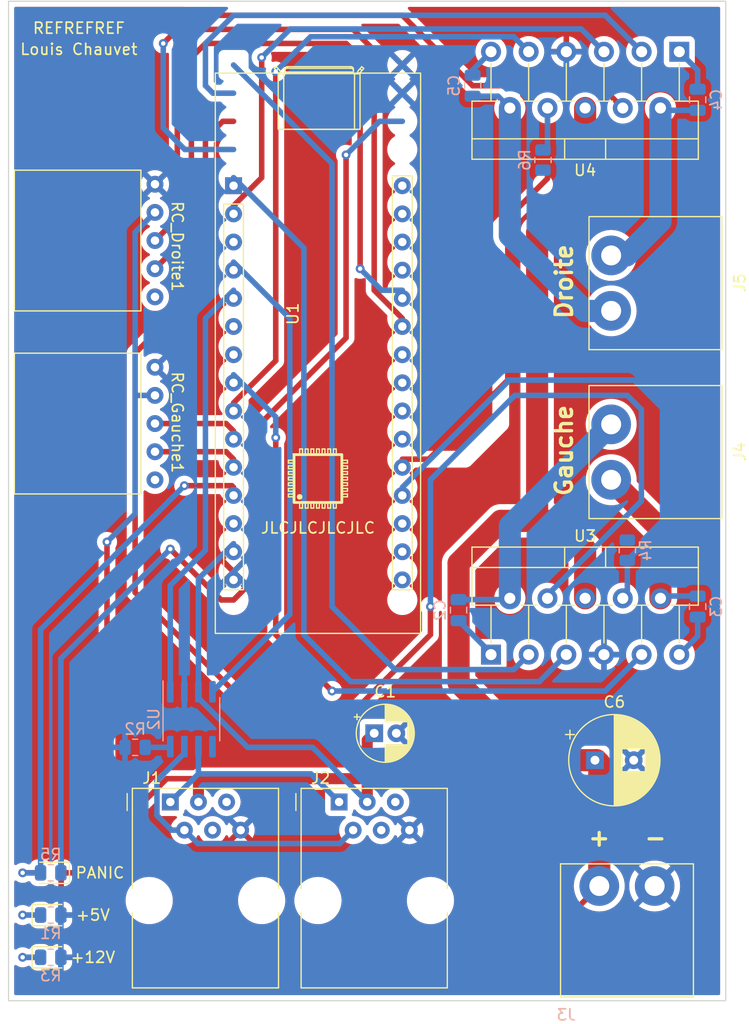
<source format=kicad_pcb>
(kicad_pcb (version 20211014) (generator pcbnew)
  (layers (0 "F.Cu" signal) (31 "B.Cu" signal) (34 "B.Paste" user) (35 "F.Paste" user) (36 "B.SilkS" user "B.Silkscreen") (37 "F.SilkS" user "F.Silkscreen") (38 "B.Mask" user) (39 "F.Mask" user) (44 "Edge.Cuts" user))
  (net 0 "")
  (net 1 "+5V")
  (net 2 "GND")
  (net 3 "Net-(C2-Pad1)")
  (net 4 "Net-(C2-Pad2)")
  (net 5 "Net-(C3-Pad1)")
  (net 6 "Net-(C3-Pad2)")
  (net 7 "Net-(C4-Pad1)")
  (net 8 "Net-(C4-Pad2)")
  (net 9 "Net-(C5-Pad1)")
  (net 10 "Net-(C5-Pad2)")
  (net 11 "Net-(D+5V1-Pad1)")
  (net 12 "Net-(D+12V1-Pad1)")
  (net 13 "+12V")
  (net 14 "CANL")
  (net 15 "CANH")
  (net 20 "Net-(R2-Pad1)")
  (net 21 "A_D")
  (net 22 "B_D")
  (net 24 "A_G")
  (net 25 "B_G")
  (net 27 "PWM_G")
  (net 28 "PWM_D")
  (net 30 "CAN_RX")
  (net 31 "CAN_TX")
  (net 34 "PANIC")
  (net 43 "COURANT_G")
  (net 44 "+3.3V")
  (net 45 "COURANT_D")
  (net 46 "DIRECTION_G")
  (net 47 "FREIN_G")
  (net 48 "TEMPERATURE_G")
  (net 49 "DIRECTION_D")
  (net 50 "FREIN_D")
  (net 51 "TEMPERATURE_D")
  (net 54 "Net-(U1-Pad28)")
  (footprint "Robot:HE14-5-angle" (layer "F.Cu") (at 144.0325 91.44 -90)
    (fp_text reference "RC_Droite1" (at 0.525 3.0625 -90 unlocked) (layer "F.SilkS"))
    (fp_text value "roues_codeuses")
    (pad "1" thru_hole circle (at -5.08 5.08 270) (size 1.524 1.524) (drill 0.762) (layers *.Cu *.Mask) (net 2 "GND"))
    (pad "2" thru_hole circle (at -2.54 5.08 270) (size 1.524 1.524) (drill 0.762) (layers *.Cu *.Mask) (net 1 "+5V"))
    (pad "3" thru_hole circle (at 0 5.08 270) (size 1.524 1.524) (drill 0.762) (layers *.Cu *.Mask) (net 21 "A_D"))
    (pad "4" thru_hole circle (at 2.54 5.08 270) (size 1.524 1.524) (drill 0.762) (layers *.Cu *.Mask) (net 22 "B_D"))
    (pad "5" thru_hole circle (at 5.08 5.08 270) (size 1.524 1.524) (drill 0.762) (layers *.Cu *.Mask))
  )
  (footprint "Robot:RJ12" (layer "F.Cu") (at 155.58 142.09)
    (fp_text reference "J2" (at -1.67 -2.16) (layer "F.SilkS"))
    (fp_text value "RJ_can")
    (pad "" np_thru_hole circle (at 8.25 8.89) (size 3.25 3.25) (drill 3.25) (layers *.Cu *.Mask))
    (pad "" np_thru_hole circle (at -1.91 8.89) (size 3.25 3.25) (drill 3.25) (layers *.Cu *.Mask))
    (pad "1" thru_hole rect (at 0 0) (size 1.52 1.52) (drill 0.76) (layers *.Cu *.Mask) (net 14 "CANL"))
    (pad "2" thru_hole circle (at 1.27 2.54) (size 1.52 1.52) (drill 0.76) (layers *.Cu *.Mask) (net 15 "CANH"))
    (pad "3" thru_hole circle (at 2.54 0) (size 1.52 1.52) (drill 0.76) (layers *.Cu *.Mask) (net 1 "+5V"))
    (pad "4" thru_hole circle (at 3.81 2.54) (size 1.52 1.52) (drill 0.76) (layers *.Cu *.Mask))
    (pad "5" thru_hole circle (at 5.08 0) (size 1.52 1.52) (drill 0.76) (layers *.Cu *.Mask))
    (pad "6" thru_hole circle (at 6.35 2.54) (size 1.52 1.52) (drill 0.76) (layers *.Cu *.Mask) (net 2 "GND"))
  )
  (footprint "LED_SMD:LED_0805_2012Metric" (layer "F.Cu") (at 129.54 152.29)
    (fp_text reference "D+5V1" hide)
    (fp_text value "LED Verte" hide)
    (pad "1" smd roundrect (at -0.9375 0) (size 0.975 1.4) (layers "F.Cu" "F.Paste" "F.Mask") (net 11 "Net-(D+5V1-Pad1)"))
    (pad "2" smd roundrect (at 0.9375 0) (size 0.975 1.4) (layers "F.Cu" "F.Paste" "F.Mask") (net 1 "+5V"))
  )
  (footprint "Package_TO_SOT_THT:TO-220-11_P3.4x5.08mm_StaggerOdd_Lead4.85mm_Vertical" (layer "F.Cu") (at 169.3 128.795)
    (fp_text reference "U3" (at 8.5 -10.7) (layer "F.SilkS"))
    (fp_text value "LMD18200")
    (pad "1" thru_hole rect (at 0 0) (size 1.8 1.8) (drill 1) (layers *.Cu *.Mask) (net 4 "Net-(C2-Pad2)"))
    (pad "2" thru_hole oval (at 1.7 -5.08) (size 1.8 1.8) (drill 1) (layers *.Cu *.Mask) (net 3 "Net-(C2-Pad1)"))
    (pad "3" thru_hole oval (at 3.4 0) (size 1.8 1.8) (drill 1) (layers *.Cu *.Mask) (net 46 "DIRECTION_G"))
    (pad "4" thru_hole oval (at 5.1 -5.08) (size 1.8 1.8) (drill 1) (layers *.Cu *.Mask) (net 47 "FREIN_G"))
    (pad "5" thru_hole oval (at 6.8 0) (size 1.8 1.8) (drill 1) (layers *.Cu *.Mask) (net 27 "PWM_G"))
    (pad "6" thru_hole oval (at 8.5 -5.08) (size 1.8 1.8) (drill 1) (layers *.Cu *.Mask) (net 13 "+12V"))
    (pad "7" thru_hole oval (at 10.2 0) (size 1.8 1.8) (drill 1) (layers *.Cu *.Mask) (net 2 "GND"))
    (pad "8" thru_hole oval (at 11.9 -5.08) (size 1.8 1.8) (drill 1) (layers *.Cu *.Mask) (net 43 "COURANT_G"))
    (pad "9" thru_hole oval (at 13.6 0) (size 1.8 1.8) (drill 1) (layers *.Cu *.Mask) (net 48 "TEMPERATURE_G"))
    (pad "10" thru_hole oval (at 15.3 -5.08) (size 1.8 1.8) (drill 1) (layers *.Cu *.Mask) (net 6 "Net-(C3-Pad2)"))
    (pad "11" thru_hole oval (at 17 0) (size 1.8 1.8) (drill 1) (layers *.Cu *.Mask) (net 5 "Net-(C3-Pad1)"))
  )
  (footprint "Capacitor_THT:CP_Radial_D5.0mm_P2.00mm" (layer "F.Cu") (at 158.75 135.89)
    (fp_text reference "C1" (at 1 -3.75) (layer "F.SilkS"))
    (fp_text value "47u")
    (pad "1" thru_hole rect (at 0 0) (size 1.6 1.6) (drill 0.8) (layers *.Cu *.Mask) (net 1 "+5V"))
    (pad "2" thru_hole circle (at 2 0) (size 1.6 1.6) (drill 0.8) (layers *.Cu *.Mask) (net 2 "GND"))
  )
  (footprint "Robot:HE14-5-angle" (layer "F.Cu") (at 144.0325 107.95 -90)
    (fp_text reference "RC_Gauche1" (at -0.11 3.0625 -90 unlocked) (layer "F.SilkS"))
    (fp_text value "roues_codeuses")
    (pad "1" thru_hole circle (at -5.08 5.08 270) (size 1.524 1.524) (drill 0.762) (layers *.Cu *.Mask) (net 2 "GND"))
    (pad "2" thru_hole circle (at -2.54 5.08 270) (size 1.524 1.524) (drill 0.762) (layers *.Cu *.Mask) (net 1 "+5V"))
    (pad "3" thru_hole circle (at 0 5.08 270) (size 1.524 1.524) (drill 0.762) (layers *.Cu *.Mask) (net 24 "A_G"))
    (pad "4" thru_hole circle (at 2.54 5.08 270) (size 1.524 1.524) (drill 0.762) (layers *.Cu *.Mask) (net 25 "B_G"))
    (pad "5" thru_hole circle (at 5.08 5.08 270) (size 1.524 1.524) (drill 0.762) (layers *.Cu *.Mask))
  )
  (footprint "Robot:Nucleo_STM32G431KB" (layer "F.Cu") (at 146.05 86.494461)
    (fp_text reference "U1" (at 5.358 11.557 90 unlocked) (layer "F.SilkS"))
    (fp_text value "Nucleo_STM32G431KB")
    (pad "1" thru_hole trapezoid (at 0 0) (size 1.524 1.524) (drill 0.762) (layers *.Cu *.Mask))
    (pad "2" thru_hole circle (at 0 2.54) (size 1.524 1.524) (drill 0.762) (layers *.Cu *.Mask))
    (pad "3" thru_hole circle (at 0 5.08) (size 1.524 1.524) (drill 0.762) (layers *.Cu *.Mask) (net 54 "Net-(U1-Pad28)"))
    (pad "4" thru_hole circle (at 0 7.62) (size 1.524 1.524) (drill 0.762) (layers *.Cu *.Mask) (net 2 "GND"))
    (pad "5" thru_hole circle (at 0 10.16) (size 1.524 1.524) (drill 0.762) (layers *.Cu *.Mask))
    (pad "6" thru_hole circle (at 0 12.7) (size 1.524 1.524) (drill 0.762) (layers *.Cu *.Mask))
    (pad "7" thru_hole circle (at 0 15.24) (size 1.524 1.524) (drill 0.762) (layers *.Cu *.Mask))
    (pad "8" thru_hole circle (at 0 17.78) (size 1.524 1.524) (drill 0.762) (layers *.Cu *.Mask))
    (pad "9" thru_hole circle (at 0 20.32) (size 1.524 1.524) (drill 0.762) (layers *.Cu *.Mask))
    (pad "10" thru_hole circle (at 0 22.86) (size 1.524 1.524) (drill 0.762) (layers *.Cu *.Mask))
    (pad "11" thru_hole circle (at 0 25.4) (size 1.524 1.524) (drill 0.762) (layers *.Cu *.Mask))
    (pad "12" thru_hole circle (at 0 27.94) (size 1.524 1.524) (drill 0.762) (layers *.Cu *.Mask))
    (pad "13" thru_hole circle (at 0 30.48) (size 1.524 1.524) (drill 0.762) (layers *.Cu *.Mask))
    (pad "14" thru_hole circle (at 0 33.02) (size 1.524 1.524) (drill 0.762) (layers *.Cu *.Mask))
    (pad "15" thru_hole circle (at 0 35.56) (size 1.524 1.524) (drill 0.762) (layers *.Cu *.Mask))
    (pad "16" thru_hole circle (at 15.24 35.56) (size 1.524 1.524) (drill 0.762) (layers *.Cu *.Mask))
    (pad "17" thru_hole circle (at 15.24 33.02) (size 1.524 1.524) (drill 0.762) (layers *.Cu *.Mask))
    (pad "18" thru_hole circle (at 15.24 30.48) (size 1.524 1.524) (drill 0.762) (layers *.Cu *.Mask))
    (pad "19" thru_hole circle (at 15.24 27.94) (size 1.524 1.524) (drill 0.762) (layers *.Cu *.Mask))
    (pad "20" thru_hole circle (at 15.24 25.4) (size 1.524 1.524) (drill 0.762) (layers *.Cu *.Mask))
    (pad "21" thru_hole circle (at 15.24 22.86) (size 1.524 1.524) (drill 0.762) (layers *.Cu *.Mask))
    (pad "22" thru_hole circle (at 15.24 20.32) (size 1.524 1.524) (drill 0.762) (layers *.Cu *.Mask))
    (pad "23" thru_hole circle (at 15.24 17.78) (size 1.524 1.524) (drill 0.762) (layers *.Cu *.Mask))
    (pad "24" thru_hole circle (at 15.24 15.24) (size 1.524 1.524) (drill 0.762) (layers *.Cu *.Mask))
    (pad "25" thru_hole circle (at 15.24 12.7) (size 1.524 1.524) (drill 0.762) (layers *.Cu *.Mask))
    (pad "26" thru_hole circle (at 15.24 10.16) (size 1.524 1.524) (drill 0.762) (layers *.Cu *.Mask))
    (pad "27" thru_hole circle (at 15.24 7.62) (size 1.524 1.524) (drill 0.762) (layers *.Cu *.Mask))
    (pad "28" thru_hole circle (at 15.24 5.08) (size 1.524 1.524) (drill 0.762) (layers *.Cu *.Mask) (net 54 "Net-(U1-Pad28)"))
    (pad "29" thru_hole circle (at 15.24 2.54) (size 1.524 1.524) (drill 0.762) (layers *.Cu *.Mask) (net 2 "GND"))
    (pad "30" thru_hole circle (at 15.24 0) (size 1.524 1.524) (drill 0.762) (layers *.Cu *.Mask))
  )
  (footprint "Robot:RJ12" (layer "F.Cu") (at 140.34 142.09)
    (fp_text reference "J1" (at -1.67 -2.16) (layer "F.SilkS"))
    (fp_text value "RJ_can")
    (pad "" np_thru_hole circle (at -1.91 8.89) (size 3.25 3.25) (drill 3.25) (layers *.Cu *.Mask))
    (pad "" np_thru_hole circle (at 8.25 8.89) (size 3.25 3.25) (drill 3.25) (layers *.Cu *.Mask))
    (pad "1" thru_hole rect (at 0 0) (size 1.52 1.52) (drill 0.76) (layers *.Cu *.Mask) (net 14 "CANL"))
    (pad "2" thru_hole circle (at 1.27 2.54) (size 1.52 1.52) (drill 0.76) (layers *.Cu *.Mask) (net 15 "CANH"))
    (pad "3" thru_hole circle (at 2.54 0) (size 1.52 1.52) (drill 0.76) (layers *.Cu *.Mask) (net 1 "+5V"))
    (pad "4" thru_hole circle (at 3.81 2.54) (size 1.52 1.52) (drill 0.76) (layers *.Cu *.Mask))
    (pad "5" thru_hole circle (at 5.08 0) (size 1.52 1.52) (drill 0.76) (layers *.Cu *.Mask))
    (pad "6" thru_hole circle (at 6.35 2.54) (size 1.52 1.52) (drill 0.76) (layers *.Cu *.Mask) (net 2 "GND"))
  )
  (footprint "Package_TO_SOT_THT:TO-220-11_P3.4x5.08mm_StaggerOdd_Lead4.85mm_Vertical" (layer "F.Cu") (at 186.3 74.405 180)
    (fp_text reference "U4" (at 8.5 -10.7) (layer "F.SilkS"))
    (fp_text value "LMD18200")
    (pad "1" thru_hole rect (at 0 0 180) (size 1.8 1.8) (drill 1) (layers *.Cu *.Mask) (net 8 "Net-(C4-Pad2)"))
    (pad "2" thru_hole oval (at 1.7 -5.08 180) (size 1.8 1.8) (drill 1) (layers *.Cu *.Mask) (net 7 "Net-(C4-Pad1)"))
    (pad "3" thru_hole oval (at 3.4 0 180) (size 1.8 1.8) (drill 1) (layers *.Cu *.Mask) (net 49 "DIRECTION_D"))
    (pad "4" thru_hole oval (at 5.1 -5.08 180) (size 1.8 1.8) (drill 1) (layers *.Cu *.Mask) (net 50 "FREIN_D"))
    (pad "5" thru_hole oval (at 6.8 0 180) (size 1.8 1.8) (drill 1) (layers *.Cu *.Mask) (net 28 "PWM_D"))
    (pad "6" thru_hole oval (at 8.5 -5.08 180) (size 1.8 1.8) (drill 1) (layers *.Cu *.Mask) (net 13 "+12V"))
    (pad "7" thru_hole oval (at 10.2 0 180) (size 1.8 1.8) (drill 1) (layers *.Cu *.Mask) (net 2 "GND"))
    (pad "8" thru_hole oval (at 11.9 -5.08 180) (size 1.8 1.8) (drill 1) (layers *.Cu *.Mask) (net 45 "COURANT_D"))
    (pad "9" thru_hole oval (at 13.6 0 180) (size 1.8 1.8) (drill 1) (layers *.Cu *.Mask) (net 51 "TEMPERATURE_D"))
    (pad "10" thru_hole oval (at 15.3 -5.08 180) (size 1.8 1.8) (drill 1) (layers *.Cu *.Mask) (net 10 "Net-(C5-Pad2)"))
    (pad "11" thru_hole oval (at 17 0 180) (size 1.8 1.8) (drill 1) (layers *.Cu *.Mask) (net 9 "Net-(C5-Pad1)"))
  )
  (footprint "LED_SMD:LED_0805_2012Metric" (layer "F.Cu") (at 129.54 156.1)
    (fp_text reference "D+12V1" hide)
    (fp_text value "LED bleu" hide)
    (pad "1" smd roundrect (at -0.9375 0) (size 0.975 1.4) (layers "F.Cu" "F.Paste" "F.Mask") (net 12 "Net-(D+12V1-Pad1)"))
    (pad "2" smd roundrect (at 0.9375 0) (size 0.975 1.4) (layers "F.Cu" "F.Paste" "F.Mask") (net 13 "+12V"))
  )
  (footprint "Robot:WR_TBL_3137_2pins" (layer "F.Cu") (at 184.15 95.25 90)
    (fp_text reference "J5" (at 0 7.62 90 unlocked) (layer "F.SilkS"))
    (fp_text value "moteur droit")
    (pad "1" thru_hole circle (at -2.5325 -4 270) (size 3.58 3.58) (drill 1.8) (layers *.Cu *.Mask) (net 10 "Net-(C5-Pad2)"))
    (pad "2" thru_hole circle (at 2.4675 -4 270) (size 3.58 3.58) (drill 1.8) (layers *.Cu *.Mask) (net 7 "Net-(C4-Pad1)"))
  )
  (footprint "Robot:WR_TBL_3137_2pins" (layer "F.Cu") (at 184.15 110.49 90)
    (fp_text reference "J4" (at 0 7.62 90 unlocked) (layer "F.SilkS"))
    (fp_text value "moteur gauche")
    (pad "1" thru_hole circle (at -2.5325 -4 270) (size 3.58 3.58) (drill 1.8) (layers *.Cu *.Mask) (net 6 "Net-(C3-Pad2)"))
    (pad "2" thru_hole circle (at 2.4675 -4 270) (size 3.58 3.58) (drill 1.8) (layers *.Cu *.Mask) (net 3 "Net-(C2-Pad1)"))
  )
  (footprint "Robot:WR_TBL_3137_2pins" (layer "F.Cu") (at 181.61 153.67)
    (fp_text reference "J3" (at -5.525 7.62 unlocked) (layer "B.SilkS") (effects (justify mirror)))
    (fp_text value "connector_power")
    (pad "1" thru_hole circle (at -2.5325 -4 180) (size 3.58 3.58) (drill 1.8) (layers *.Cu *.Mask) (net 13 "+12V"))
    (pad "2" thru_hole circle (at 2.4675 -4 180) (size 3.58 3.58) (drill 1.8) (layers *.Cu *.Mask) (net 2 "GND"))
  )
  (footprint "LED_SMD:LED_0805_2012Metric" (layer "F.Cu") (at 129.54 148.48 180)
    (fp_text reference "DPANIC1" hide)
    (fp_text value "LED Rouge" hide)
    (pad "1" smd roundrect (at -0.9375 0 180) (size 0.975 1.4) (layers "F.Cu" "F.Paste" "F.Mask") (net 2 "GND"))
    (pad "2" smd roundrect (at 0.9375 0 180) (size 0.975 1.4) (layers "F.Cu" "F.Paste" "F.Mask") (net 34 "PANIC"))
  )
  (footprint "Capacitor_THT:CP_Radial_D8.0mm_P3.50mm" (layer "F.Cu") (at 178.687349 138.32)
    (fp_text reference "C6" (at 1.75 -5.25) (layer "F.SilkS"))
    (fp_text value "470u")
    (pad "1" thru_hole rect (at 0 0) (size 1.6 1.6) (drill 0.8) (layers *.Cu *.Mask) (net 13 "+12V"))
    (pad "2" thru_hole circle (at 3.5 0) (size 1.6 1.6) (drill 0.8) (layers *.Cu *.Mask) (net 2 "GND"))
  )
  (footprint "Resistor_SMD:R_0805_2012Metric" (layer "B.Cu") (at 137.16 137.16 180)
    (fp_text reference "R2" (at 0 1.65) (layer "B.SilkS") (effects (justify mirror)))
    (fp_text value "10k")
    (pad "1" smd roundrect (at -0.9125 0 180) (size 1.025 1.4) (layers "B.Cu" "B.Paste" "B.Mask") (roundrect_rratio 0.243902) (net 20 "Net-(R2-Pad1)"))
    (pad "2" smd roundrect (at 0.9125 0 180) (size 1.025 1.4) (layers "B.Cu" "B.Paste" "B.Mask") (roundrect_rratio 0.243902) (net 2 "GND"))
  )
  (footprint "Package_SO:SOIC-8_3.9x4.9mm_P1.27mm" (layer "B.Cu") (at 142.24 134.62 -90)
    (fp_text reference "U2" (at 0 3.4 90) (layer "B.SilkS") (effects (justify mirror)))
    (fp_text value "MCP2551-I-SN")
    (pad "1" smd roundrect (at -2.475 1.905 270) (size 1.95 0.6) (layers "B.Cu" "B.Paste" "B.Mask") (net 31 "CAN_TX"))
    (pad "2" smd roundrect (at -2.475 0.635 270) (size 1.95 0.6) (layers "B.Cu" "B.Paste" "B.Mask") (net 2 "GND"))
    (pad "3" smd roundrect (at -2.475 -0.635 270) (size 1.95 0.6) (layers "B.Cu" "B.Paste" "B.Mask") (net 1 "+5V"))
    (pad "4" smd roundrect (at -2.475 -1.905 270) (size 1.95 0.6) (layers "B.Cu" "B.Paste" "B.Mask") (net 30 "CAN_RX"))
    (pad "5" smd roundrect (at 2.475 -1.905 270) (size 1.95 0.6) (layers "B.Cu" "B.Paste" "B.Mask"))
    (pad "6" smd roundrect (at 2.475 -0.635 270) (size 1.95 0.6) (layers "B.Cu" "B.Paste" "B.Mask") (net 14 "CANL"))
    (pad "7" smd roundrect (at 2.475 0.635 270) (size 1.95 0.6) (layers "B.Cu" "B.Paste" "B.Mask") (net 15 "CANH"))
    (pad "8" smd roundrect (at 2.475 1.905 270) (size 1.95 0.6) (layers "B.Cu" "B.Paste" "B.Mask") (net 20 "Net-(R2-Pad1)"))
  )
  (footprint "Resistor_SMD:R_0805_2012Metric" (layer "B.Cu") (at 129.54 156.1)
    (fp_text reference "R3" (at 0 1.65) (layer "B.SilkS") (effects (justify mirror)))
    (fp_text value "1k")
    (pad "1" smd roundrect (at -0.9125 0) (size 1.025 1.4) (layers "B.Cu" "B.Paste" "B.Mask") (roundrect_rratio 0.243902) (net 12 "Net-(D+12V1-Pad1)"))
    (pad "2" smd roundrect (at 0.9125 0) (size 1.025 1.4) (layers "B.Cu" "B.Paste" "B.Mask") (roundrect_rratio 0.243902) (net 2 "GND"))
  )
  (footprint "Capacitor_SMD:C_0805_2012Metric" (layer "B.Cu") (at 166.37 124.78 -90)
    (fp_text reference "C2" (at 0 1.68 90) (layer "B.SilkS") (effects (justify mirror)))
    (fp_text value "10n")
    (pad "1" smd roundrect (at -0.95 0 270) (size 1 1.45) (layers "B.Cu" "B.Paste" "B.Mask") (net 3 "Net-(C2-Pad1)"))
    (pad "2" smd roundrect (at 0.95 0 270) (size 1 1.45) (layers "B.Cu" "B.Paste" "B.Mask") (net 4 "Net-(C2-Pad2)"))
  )
  (footprint "Capacitor_SMD:C_0805_2012Metric" (layer "B.Cu") (at 187.96 124.46 90)
    (fp_text reference "C3" (at 0 1.68 90) (layer "B.SilkS") (effects (justify mirror)))
    (fp_text value "10n")
    (pad "1" smd roundrect (at -0.95 0 90) (size 1 1.45) (layers "B.Cu" "B.Paste" "B.Mask") (net 5 "Net-(C3-Pad1)"))
    (pad "2" smd roundrect (at 0.95 0 90) (size 1 1.45) (layers "B.Cu" "B.Paste" "B.Mask") (net 6 "Net-(C3-Pad2)"))
  )
  (footprint "Resistor_SMD:R_0805_2012Metric" (layer "B.Cu") (at 129.54 148.48 180)
    (fp_text reference "R5" (at 0 1.65) (layer "B.SilkS") (effects (justify mirror)))
    (fp_text value "330")
    (pad "1" smd roundrect (at -0.9125 0 180) (size 1.025 1.4) (layers "B.Cu" "B.Paste" "B.Mask") (roundrect_rratio 0.243902) (net 44 "+3.3V"))
    (pad "2" smd roundrect (at 0.9125 0 180) (size 1.025 1.4) (layers "B.Cu" "B.Paste" "B.Mask") (roundrect_rratio 0.243902) (net 34 "PANIC"))
  )
  (footprint "Resistor_SMD:R_0805_2012Metric" (layer "B.Cu") (at 129.54 152.29)
    (fp_text reference "R1" (at 0 1.65) (layer "B.SilkS") (effects (justify mirror)))
    (fp_text value "330")
    (pad "1" smd roundrect (at -0.9125 0) (size 1.025 1.4) (layers "B.Cu" "B.Paste" "B.Mask") (roundrect_rratio 0.243902) (net 11 "Net-(D+5V1-Pad1)"))
    (pad "2" smd roundrect (at 0.9125 0) (size 1.025 1.4) (layers "B.Cu" "B.Paste" "B.Mask") (roundrect_rratio 0.243902) (net 2 "GND"))
  )
  (footprint "Capacitor_SMD:C_0805_2012Metric" (layer "B.Cu") (at 187.96 78.74 90)
    (fp_text reference "C4" (at 0 1.68 90) (layer "B.SilkS") (effects (justify mirror)))
    (fp_text value "10n")
    (pad "1" smd roundrect (at -0.95 0 90) (size 1 1.45) (layers "B.Cu" "B.Paste" "B.Mask") (net 7 "Net-(C4-Pad1)"))
    (pad "2" smd roundrect (at 0.95 0 90) (size 1 1.45) (layers "B.Cu" "B.Paste" "B.Mask") (net 8 "Net-(C4-Pad2)"))
  )
  (footprint "Capacitor_SMD:C_0805_2012Metric" (layer "B.Cu") (at 167.64 77.47 -90)
    (fp_text reference "C5" (at 0 1.68 90) (layer "B.SilkS") (effects (justify mirror)))
    (fp_text value "10n")
    (pad "1" smd roundrect (at -0.95 0 270) (size 1 1.45) (layers "B.Cu" "B.Paste" "B.Mask") (net 9 "Net-(C5-Pad1)"))
    (pad "2" smd roundrect (at 0.95 0 270) (size 1 1.45) (layers "B.Cu" "B.Paste" "B.Mask") (net 10 "Net-(C5-Pad2)"))
  )
  (footprint "Resistor_SMD:R_0805_2012Metric" (layer "B.Cu") (at 173.99 84.1775 -90)
    (fp_text reference "R6" (at 0 1.65 90) (layer "B.SilkS") (effects (justify mirror)))
    (fp_text value "2.7k")
    (pad "1" smd roundrect (at -0.9125 0 270) (size 1.025 1.4) (layers "B.Cu" "B.Paste" "B.Mask") (roundrect_rratio 0.243902) (net 45 "COURANT_D"))
    (pad "2" smd roundrect (at 0.9125 0 270) (size 1.025 1.4) (layers "B.Cu" "B.Paste" "B.Mask") (roundrect_rratio 0.243902) (net 2 "GND"))
  )
  (footprint "Resistor_SMD:R_0805_2012Metric" (layer "B.Cu") (at 181.61 119.38 90)
    (fp_text reference "R4" (at 0 1.65 90) (layer "B.SilkS") (effects (justify mirror)))
    (fp_text value "2.7k")
    (pad "1" smd roundrect (at -0.9125 0 90) (size 1.025 1.4) (layers "B.Cu" "B.Paste" "B.Mask") (roundrect_rratio 0.243902) (net 43 "COURANT_G"))
    (pad "2" smd roundrect (at 0.9125 0 90) (size 1.025 1.4) (layers "B.Cu" "B.Paste" "B.Mask") (roundrect_rratio 0.243902) (net 2 "GND"))
  )
  (gr_rect (start 125.73 69.85) (end 190.5 160.02) (layer "Edge.Cuts") (width 0.1) (fill none))
  (gr_text "Louis Chauvet" (at 132.08 74.185) (layer "F.SilkS") (effects (font (size 1 1))))
  (gr_text "Gauche" (at 175.895 110.38 90) (layer "F.SilkS") (effects (font (size 1.5 1.5) (thickness 0.3))))
  (gr_text "PANIC" (at 133.985 148.48) (layer "F.SilkS") (effects (font (size 1 1))))
  (gr_text "REFREFREF" (at 132.08 72.28) (layer "F.SilkS") (effects (font (size 1 1))))
  (gr_text "+" (at 179.07 145.305) (layer "F.SilkS") (effects (font (size 1.5 1.5) (thickness 0.3))))
  (gr_text "-" (at 184.15 145.305) (layer "F.SilkS") (effects (font (size 1.5 1.5) (thickness 0.3))))
  (gr_text "+5V" (at 133.35 152.29) (layer "F.SilkS") (effects (font (size 1 1))))
  (gr_text "+12V" (at 133.35 156.1) (layer "F.SilkS") (effects (font (size 1 1))))
  (gr_text "Droite" (at 175.895 95.14 90) (layer "F.SilkS") (effects (font (size 1.5 1.5) (thickness 0.3))))
  (gr_text "JLCJLCJLCJLC" (at 153.67 117.365) (layer "F.SilkS") (effects (font (size 1 1))))
  (segment (start 142.88 140.23) (end 142.875 140.225) (width 1) (layer "F.Cu") (net 1))
  (segment (start 132.08 152.29) (end 134.62 149.75) (width 0.5) (layer "F.Cu") (net 1))
  (segment (start 157.877308 139.987308) (end 143.112692 139.987308) (width 1) (layer "F.Cu") (net 1))
  (segment (start 134.62 145.39) (end 137.2025 142.8075) (width 0.5) (layer "F.Cu") (net 1))
  (segment (start 142.88 142.09) (end 142.88 140.23) (width 1) (layer "F.Cu") (net 1))
  (segment (start 134.62 140.225) (end 137.2025 142.8075) (width 0.5) (layer "F.Cu") (net 1))
  (segment (start 158.12 142.09) (end 158.12 140.23) (width 1) (layer "F.Cu") (net 1))
  (segment (start 158.12 136.52) (end 158.75 135.89) (width 1) (layer "F.Cu") (net 1))
  (segment (start 134.62 149.75) (end 134.62 145.39) (width 0.5) (layer "F.Cu") (net 1))
  (segment (start 158.12 142.09) (end 158.12 136.52) (width 1) (layer "F.Cu") (net 1))
  (segment (start 134.62 118.635) (end 134.62 140.225) (width 0.5) (layer "F.Cu") (net 1))
  (segment (start 137.2025 142.8075) (end 140.022692 139.987308) (width 0.5) (layer "F.Cu") (net 1))
  (segment (start 158.12 140.23) (end 157.877308 139.987308) (width 1) (layer "F.Cu") (net 1))
  (segment (start 143.112692 139.987308) (end 140.022692 139.987308) (width 0.5) (layer "F.Cu") (net 1))
  (segment (start 130.4775 152.29) (end 132.08 152.29) (width 0.5) (layer "F.Cu") (net 1))
  (via (at 134.62 118.635) (size 0.8) (drill 0.4) (layers "F.Cu" "B.Cu") (net 1))
  (segment (start 138.9525 88.9) (end 137.16 90.6925) (width 0.5) (layer "B.Cu") (net 1))
  (segment (start 137.16 116.095) (end 134.62 118.635) (width 0.5) (layer "B.Cu") (net 1))
  (segment (start 147.32 137.16) (end 153.19 137.16) (width 0.5) (layer "B.Cu") (net 1))
  (segment (start 137.16 103.6175) (end 137.16 105.3) (width 0.5) (layer "B.Cu") (net 1))
  (segment (start 142.875 132.145) (end 142.875 132.715) (width 0.5) (layer "B.Cu") (net 1))
  (segment (start 142.875 121.96) (end 146.05 118.785) (width 0.5) (layer "B.Cu") (net 1))
  (segment (start 153.19 137.16) (end 158.12 142.09) (width 0.5) (layer "B.Cu") (net 1))
  (segment (start 142.875 132.715) (end 147.32 137.16) (width 0.5) (layer "B.Cu") (net 1))
  (segment (start 137.27 105.41) (end 138.9525 105.41) (width 0.5) (layer "B.Cu") (net 1))
  (segment (start 137.16 105.3) (end 137.27 105.41) (width 0.5) (layer "B.Cu") (net 1))
  (segment (start 142.875 132.145) (end 142.875 121.96) (width 0.5) (layer "B.Cu") (net 1))
  (segment (start 137.16 90.6925) (end 137.16 103.6175) (width 0.5) (layer "B.Cu") (net 1))
  (segment (start 137.16 105.3) (end 137.16 116.095) (width 0.5) (layer "B.Cu") (net 1))
  (segment (start 166.37 123.83) (end 170.885 123.83) (width 0.5) (layer "B.Cu") (net 3))
  (segment (start 170.885 123.83) (end 171 123.715) (width 0.5) (layer "B.Cu") (net 3))
  (segment (start 171 117.1725) (end 171 123.715) (width 2) (layer "B.Cu") (net 3))
  (segment (start 180.15 108.0225) (end 171 117.1725) (width 2) (layer "B.Cu") (net 3))
  (segment (start 169.3 128.795) (end 169.3 128.66) (width 0.5) (layer "B.Cu") (net 4))
  (segment (start 169.3 128.66) (end 166.37 125.73) (width 0.5) (layer "B.Cu") (net 4))
  (segment (start 187.96 127.135) (end 186.3 128.795) (width 0.5) (layer "B.Cu") (net 5))
  (segment (start 187.96 125.41) (end 187.96 127.135) (width 0.5) (layer "B.Cu") (net 5))
  (segment (start 184.6 123.715) (end 184.6 117.4725) (width 2) (layer "F.Cu") (net 6))
  (segment (start 184.6 117.4725) (end 180.15 113.0225) (width 2) (layer "F.Cu") (net 6))
  (segment (start 184.805 123.51) (end 184.6 123.715) (width 0.5) (layer "B.Cu") (net 6))
  (segment (start 187.96 123.51) (end 184.805 123.51) (width 0.5) (layer "B.Cu") (net 6))
  (segment (start 184.805 79.69) (end 184.6 79.485) (width 0.5) (layer "B.Cu") (net 7))
  (segment (start 180.15 92.7825) (end 181.5375 92.7825) (width 2) (layer "B.Cu") (net 7))
  (segment (start 181.5375 92.7825) (end 184.6 89.72) (width 2) (layer "B.Cu") (net 7))
  (segment (start 184.6 89.72) (end 184.6 79.485) (width 2) (layer "B.Cu") (net 7))
  (segment (start 187.96 79.69) (end 184.805 79.69) (width 0.5) (layer "B.Cu") (net 7))
  (segment (start 187.96 76.065) (end 186.3 74.405) (width 0.5) (layer "B.Cu") (net 8))
  (segment (start 187.96 77.79) (end 187.96 76.065) (width 0.5) (layer "B.Cu") (net 8))
  (segment (start 167.64 76.52) (end 167.64 76.065) (width 0.5) (layer "B.Cu") (net 9))
  (segment (start 167.64 76.065) (end 169.3 74.405) (width 0.5) (layer "B.Cu") (net 9))
  (segment (start 180.1425 97.79) (end 180.15 97.7825) (width 2) (layer "B.Cu") (net 10))
  (segment (start 167.64 78.42) (end 169.935 78.42) (width 0.5) (layer "B.Cu") (net 10))
  (segment (start 177.8 97.79) (end 180.1425 97.79) (width 2) (layer "B.Cu") (net 10))
  (segment (start 171 90.99) (end 177.8 97.79) (width 2) (layer "B.Cu") (net 10))
  (segment (start 171 79.485) (end 171 90.99) (width 2) (layer "B.Cu") (net 10))
  (segment (start 169.935 78.42) (end 171 79.485) (width 0.5) (layer "B.Cu") (net 10))
  (segment (start 128.6025 152.29) (end 127 152.29) (width 0.5) (layer "F.Cu") (net 11))
  (via (at 127 152.29) (size 0.8) (drill 0.4) (layers "F.Cu" "B.Cu") (net 11))
  (segment (start 128.6275 152.29) (end 127 152.29) (width 0.5) (layer "B.Cu") (net 11))
  (segment (start 128.6025 156.1) (end 127 156.1) (width 0.5) (layer "F.Cu") (net 12))
  (via (at 127 156.1) (size 0.8) (drill 0.4) (layers "F.Cu" "B.Cu") (net 12))
  (segment (start 128.6275 156.1) (end 127 156.1) (width 0.5) (layer "B.Cu") (net 12))
  (segment (start 177.8 119.27) (end 175.26 116.73) (width 2) (layer "F.Cu") (net 13))
  (segment (start 177.8 123.715) (end 177.8 119.27) (width 2) (layer "F.Cu") (net 13))
  (segment (start 166.37 120.54) (end 166.37 131.335) (width 2) (layer "F.Cu") (net 13))
  (segment (start 179.0775 138.564849) (end 179.0775 149.67) (width 2) (layer "F.Cu") (net 13))
  (segment (start 178.832651 138.32) (end 179.0775 138.564849) (width 2) (layer "F.Cu") (net 13))
  (segment (start 175.26 116.73) (end 170.18 116.73) (width 2) (layer "F.Cu") (net 13))
  (segment (start 172.6475 156.1) (end 179.0775 149.67) (width 0.5) (layer "F.Cu") (net 13))
  (segment (start 177.8 86.36) (end 177.8 79.485) (width 2) (layer "F.Cu") (net 13))
  (segment (start 130.4775 156.1) (end 172.6475 156.1) (width 0.5) (layer "F.Cu") (net 13))
  (segment (start 173.465 115.985) (end 173.465 90.695) (width 2) (layer "F.Cu") (net 13))
  (segment (start 170.18 116.73) (end 166.37 120.54) (width 2) (layer "F.Cu") (net 13))
  (segment (start 166.37 131.335) (end 173.355 138.32) (width 2) (layer "F.Cu") (net 13))
  (segment (start 173.355 138.32) (end 178.832651 138.32) (width 2) (layer "F.Cu") (net 13))
  (segment (start 173.465 90.695) (end 177.8 86.36) (width 2) (layer "F.Cu") (net 13))
  (segment (start 142.875 139.555) (end 140.34 142.09) (width 0.5) (layer "B.Cu") (net 14))
  (segment (start 142.875 137.095) (end 142.875 139.555) (width 0.5) (layer "B.Cu") (net 14))
  (segment (start 142.875 139.555) (end 153.045 139.555) (width 0.5) (layer "B.Cu") (net 14))
  (segment (start 153.045 139.555) (end 155.58 142.09) (width 0.5) (layer "B.Cu") (net 14))
  (segment (start 155.64 145.84) (end 156.85 144.63) (width 0.5) (layer "B.Cu") (net 15))
  (segment (start 142.82 145.84) (end 155.64 145.84) (width 0.5) (layer "B.Cu") (net 15))
  (segment (start 139.13 140.155) (end 141.605 137.68) (width 0.5) (layer "B.Cu") (net 15))
  (segment (start 139.13 143.3) (end 139.13 140.155) (width 0.5) (layer "B.Cu") (net 15))
  (segment (start 141.61 144.63) (end 142.82 145.84) (width 0.5) (layer "B.Cu") (net 15))
  (segment (start 141.605 137.68) (end 141.605 137.095) (width 0.5) (layer "B.Cu") (net 15))
  (segment (start 140.46 144.63) (end 139.13 143.3) (width 0.5) (layer "B.Cu") (net 15))
  (segment (start 141.61 144.63) (end 140.46 144.63) (width 0.5) (layer "B.Cu") (net 15))
  (segment (start 140.27 137.16) (end 140.335 137.095) (width 0.5) (layer "B.Cu") (net 20))
  (segment (start 138.0725 137.16) (end 140.27 137.16) (width 0.5) (layer "B.Cu") (net 20))
  (segment (start 156.845 72.39) (end 158.75 74.295) (width 0.5) (layer "F.Cu") (net 21))
  (segment (start 140.97 89.4225) (end 140.97 73.66) (width 0.5) (layer "F.Cu") (net 21))
  (segment (start 140.97 73.66) (end 142.24 72.39) (width 0.5) (layer "F.Cu") (net 21))
  (segment (start 158.75 74.295) (end 158.75 95.925) (width 0.5) (layer "F.Cu") (net 21))
  (segment (start 138.9525 91.44) (end 140.97 89.4225) (width 0.5) (layer "F.Cu") (net 21))
  (segment (start 158.75 95.925) (end 161.29 98.465) (width 0.5) (layer "F.Cu") (net 21))
  (segment (start 142.24 72.39) (end 156.845 72.39) (width 0.5) (layer "F.Cu") (net 21))
  (segment (start 142.24 74.93) (end 143.51 73.66) (width 0.5) (layer "F.Cu") (net 22))
  (segment (start 156.21 73.66) (end 157.48 74.93) (width 0.5) (layer "F.Cu") (net 22))
  (segment (start 142.24 76.2) (end 142.24 74.93) (width 0.5) (layer "F.Cu") (net 22))
  (segment (start 138.9525 93.98) (end 142.24 90.6925) (width 0.5) (layer "F.Cu") (net 22))
  (segment (start 143.51 73.66) (end 156.21 73.66) (width 0.5) (layer "F.Cu") (net 22))
  (segment (start 142.24 90.6925) (end 142.24 76.2) (width 0.5) (layer "F.Cu") (net 22))
  (segment (start 157.48 74.93) (end 157.48 93.98) (width 0.5) (layer "F.Cu") (net 22))
  (via (at 157.48 93.98) (size 0.8) (drill 0.4) (layers "F.Cu" "B.Cu") (net 22))
  (segment (start 161.29 95.925) (end 159.425 95.925) (width 0.5) (layer "B.Cu") (net 22))
  (segment (start 159.425 95.925) (end 157.48 93.98) (width 0.5) (layer "B.Cu") (net 22))
  (segment (start 145.375 107.95) (end 146.05 108.625) (width 0.5) (layer "F.Cu") (net 24))
  (segment (start 138.9525 107.95) (end 145.375 107.95) (width 0.5) (layer "F.Cu") (net 24))
  (segment (start 145.375 110.49) (end 146.05 111.165) (width 0.5) (layer "F.Cu") (net 25))
  (segment (start 138.9525 110.49) (end 145.375 110.49) (width 0.5) (layer "F.Cu") (net 25))
  (segment (start 156.63 131.23) (end 152.4 127) (width 0.5) (layer "B.Cu") (net 27))
  (segment (start 176.1 128.795) (end 173.665 131.23) (width 0.5) (layer "B.Cu") (net 27))
  (segment (start 152.4 127) (end 152.4 92.115) (width 0.5) (layer "B.Cu") (net 27))
  (segment (start 173.665 131.23) (end 156.63 131.23) (width 0.5) (layer "B.Cu") (net 27))
  (segment (start 152.4 92.115) (end 146.05 85.765) (width 0.5) (layer "B.Cu") (net 27))
  (segment (start 148.59 74.93) (end 148.59 85.765) (width 0.5) (layer "F.Cu") (net 28))
  (segment (start 148.59 85.765) (end 146.05 88.305) (width 0.5) (layer "F.Cu") (net 28))
  (via (at 148.59 74.93) (size 0.8) (drill 0.4) (layers "F.Cu" "B.Cu") (net 28))
  (segment (start 177.45 72.355) (end 151.165 72.355) (width 0.5) (layer "B.Cu") (net 28))
  (segment (start 151.165 72.355) (end 148.59 74.93) (width 0.5) (layer "B.Cu") (net 28))
  (segment (start 179.5 74.405) (end 177.45 72.355) (width 0.5) (layer "B.Cu") (net 28))
  (segment (start 151.13 125.16) (end 151.13 98.465) (width 0.5) (layer "B.Cu") (net 30))
  (segment (start 151.13 98.465) (end 146.05 93.385) (width 0.5) (layer "B.Cu") (net 30))
  (segment (start 144.145 132.145) (end 151.13 125.16) (width 0.5) (layer "B.Cu") (net 30))
  (segment (start 143.51 98.465) (end 146.05 95.925) (width 0.5) (layer "B.Cu") (net 31))
  (segment (start 140.335 122.555) (end 143.51 119.38) (width 0.5) (layer "B.Cu") (net 31))
  (segment (start 143.51 119.38) (end 143.51 98.465) (width 0.5) (layer "B.Cu") (net 31))
  (segment (start 140.335 132.145) (end 140.335 122.555) (width 0.5) (layer "B.Cu") (net 31))
  (segment (start 145.9 113.555) (end 146.05 113.705) (width 0.5) (layer "F.Cu") (net 34))
  (segment (start 128.6025 148.48) (end 127 148.48) (width 0.5) (layer "F.Cu") (net 34))
  (segment (start 141.605 113.555) (end 145.9 113.555) (width 0.5) (layer "F.Cu") (net 34))
  (via (at 127 148.48) (size 0.8) (drill 0.4) (layers "F.Cu" "B.Cu") (net 34))
  (via (at 141.605 113.555) (size 0.8) (drill 0.4) (layers "F.Cu" "B.Cu") (net 34))
  (segment (start 128.6275 148.48) (end 127 148.48) (width 0.5) (layer "B.Cu") (net 34))
  (segment (start 128.6275 148.48) (end 128.6275 126.5325) (width 0.5) (layer "B.Cu") (net 34))
  (segment (start 128.6275 126.5325) (end 141.605 113.555) (width 0.5) (layer "B.Cu") (net 34))
  (segment (start 170.815 104.03) (end 170.815 104.18) (width 0.5) (layer "B.Cu") (net 43))
  (segment (start 170.815 104.18) (end 161.29 113.705) (width 0.5) (layer "B.Cu") (net 43))
  (segment (start 182.245 104.03) (end 170.815 104.03) (width 0.5) (layer "B.Cu") (net 43))
  (segment (start 181.61 120.2925) (end 184.785 117.1175) (width 0.5) (layer "B.Cu") (net 43))
  (segment (start 181.61 120.2925) (end 181.61 123.305) (width 0.5) (layer "B.Cu") (net 43))
  (segment (start 184.785 117.1175) (end 184.785 106.57) (width 0.5) (layer "B.Cu") (net 43))
  (segment (start 184.785 106.57) (end 182.245 104.03) (width 0.5) (layer "B.Cu") (net 43))
  (segment (start 181.61 123.305) (end 181.2 123.715) (width 0.5) (layer "B.Cu") (net 43))
  (segment (start 152.4 104.03) (end 156.21 100.22) (width 0.5) (layer "F.Cu") (net 44))
  (segment (start 148.59 121.325) (end 148.59 118.635) (width 0.5) (layer "F.Cu") (net 44))
  (segment (start 140.335 119.27) (end 144.93 123.865) (width 0.5) (layer "F.Cu") (net 44))
  (segment (start 156.21 100.22) (end 156.21 83.71) (width 0.5) (layer "F.Cu") (net 44))
  (segment (start 148.59 118.635) (end 148.59 107.84) (width 0.5) (layer "F.Cu") (net 44))
  (segment (start 144.93 123.865) (end 146.05 123.865) (width 0.5) (layer "F.Cu") (net 44))
  (segment (start 146.05 123.865) (end 148.59 121.325) (width 0.5) (layer "F.Cu") (net 44))
  (segment (start 148.59 107.84) (end 152.4 104.03) (width 0.5) (layer "F.Cu") (net 44))
  (via (at 140.335 119.27) (size 0.8) (drill 0.4) (layers "F.Cu" "B.Cu") (net 44))
  (via (at 156.21 83.71) (size 0.8) (drill 0.4) (layers "F.Cu" "B.Cu") (net 44))
  (segment (start 156.21 83.71) (end 159.235 80.685) (width 0.5) (layer "B.Cu") (net 44))
  (segment (start 130.4525 148.48) (end 130.4525 129.1525) (width 0.5) (layer "B.Cu") (net 44))
  (segment (start 130.4525 129.1525) (end 140.335 119.27) (width 0.5) (layer "B.Cu") (net 44))
  (segment (start 159.235 80.685) (end 161.29 80.685) (width 0.5) (layer "B.Cu") (net 44))
  (segment (start 174.4 79.485) (end 174.4 85.84) (width 0.5) (layer "F.Cu") (net 45))
  (segment (start 170.815 89.425) (end 170.815 104.03) (width 0.5) (layer "F.Cu") (net 45))
  (segment (start 163.68 111.165) (end 161.29 111.165) (width 0.5) (layer "F.Cu") (net 45))
  (segment (start 174.4 85.84) (end 170.815 89.425) (width 0.5) (layer "F.Cu") (net 45))
  (segment (start 170.815 104.03) (end 163.68 111.165) (width 0.5) (layer "F.Cu") (net 45))
  (segment (start 174.4 81.395) (end 174.4 82.855) (width 0.5) (layer "B.Cu") (net 45))
  (segment (start 174.4 79.485) (end 174.4 81.395) (width 0.5) (layer "B.Cu") (net 45))
  (segment (start 174.4 82.855) (end 173.99 83.265) (width 0.5) (layer "B.Cu") (net 45))
  (segment (start 172.7 128.795) (end 171.35 130.145) (width 0.5) (layer "B.Cu") (net 46))
  (segment (start 160.625 130.145) (end 154.94 124.46) (width 0.5) (layer "B.Cu") (net 46))
  (segment (start 154.94 124.46) (end 154.94 84.495) (width 0.5) (layer "B.Cu") (net 46))
  (segment (start 154.94 84.495) (end 146.05 75.605) (width 0.5) (layer "B.Cu") (net 46))
  (segment (start 171.35 130.145) (end 160.625 130.145) (width 0.5) (layer "B.Cu") (net 46))
  (segment (start 163.83 127) (end 156.21 134.62) (width 0.5) (layer "F.Cu") (net 47))
  (segment (start 143.51 95.25) (end 143.51 82.2525) (width 0.5) (layer "F.Cu") (net 47))
  (segment (start 148.59 134.62) (end 137.16 123.19) (width 0.5) (layer "F.Cu") (net 47))
  (segment (start 156.21 134.62) (end 148.59 134.62) (width 0.5) (layer "F.Cu") (net 47))
  (segment (start 163.83 124.46) (end 163.83 127) (width 0.5) (layer "F.Cu") (net 47))
  (segment (start 137.16 101.6) (end 143.51 95.25) (width 0.5) (layer "F.Cu") (net 47))
  (segment (start 143.51 82.2525) (end 145.0775 80.685) (width 0.5) (layer "F.Cu") (net 47))
  (segment (start 137.16 123.19) (end 137.16 101.6) (width 0.5) (layer "F.Cu") (net 47))
  (segment (start 145.0775 80.685) (end 146.05 80.685) (width 0.5) (layer "F.Cu") (net 47))
  (via (at 163.83 124.46) (size 0.8) (drill 0.4) (layers "F.Cu" "B.Cu") (net 47))
  (segment (start 174.4 123.715) (end 174.4 123.415) (width 0.5) (layer "B.Cu") (net 47))
  (segment (start 182.88 106.68) (end 181.61 105.41) (width 0.5) (layer "B.Cu") (net 47))
  (segment (start 174.4 123.415) (end 182.88 114.935) (width 0.5) (layer "B.Cu") (net 47))
  (segment (start 163.83 113.03) (end 163.83 124.46) (width 0.5) (layer "B.Cu") (net 47))
  (segment (start 171.45 105.41) (end 163.83 113.03) (width 0.5) (layer "B.Cu") (net 47))
  (segment (start 181.61 105.41) (end 171.45 105.41) (width 0.5) (layer "B.Cu") (net 47))
  (segment (start 182.88 114.935) (end 182.88 106.68) (width 0.5) (layer "B.Cu") (net 47))
  (segment (start 149.86 109.22) (end 149.86 127) (width 0.5) (layer "F.Cu") (net 48))
  (segment (start 149.86 127) (end 154.94 132.08) (width 0.5) (layer "F.Cu") (net 48))
  (via (at 149.86 109.22) (size 0.8) (drill 0.4) (layers "F.Cu" "B.Cu") (net 48))
  (via (at 154.94 132.08) (size 0.8) (drill 0.4) (layers "F.Cu" "B.Cu") (net 48))
  (segment (start 154.94 132.08) (end 179.615 132.08) (width 0.5) (layer "B.Cu") (net 48))
  (segment (start 179.615 132.08) (end 182.9 128.795) (width 0.5) (layer "B.Cu") (net 48))
  (segment (start 149.86 107.355) (end 149.86 109.22) (width 0.5) (layer "B.Cu") (net 48))
  (segment (start 146.05 103.545) (end 149.86 107.355) (width 0.5) (layer "B.Cu") (net 48))
  (segment (start 143.51 77.47) (end 143.51 73.66) (width 0.5) (layer "B.Cu") (net 49))
  (segment (start 146.05 78.145) (end 144.185 78.145) (width 0.5) (layer "B.Cu") (net 49))
  (segment (start 179.615 71.12) (end 182.9 74.405) (width 0.5) (layer "B.Cu") (net 49))
  (segment (start 143.51 73.66) (end 146.05 71.12) (width 0.5) (layer "B.Cu") (net 49))
  (segment (start 146.05 71.12) (end 179.615 71.12) (width 0.5) (layer "B.Cu") (net 49))
  (segment (start 144.185 78.145) (end 143.51 77.47) (width 0.5) (layer "B.Cu") (net 49))
  (segment (start 167.64 77.47) (end 165.1 74.93) (width 0.5) (layer "F.Cu") (net 50))
  (segment (start 152.4 71.12) (end 142.24 71.12) (width 0.5) (layer "F.Cu") (net 50))
  (segment (start 161.29 71.12) (end 152.4 71.12) (width 0.5) (layer "F.Cu") (net 50))
  (segment (start 179.185 77.47) (end 167.64 77.47) (width 0.5) (layer "F.Cu") (net 50))
  (segment (start 142.24 71.12) (end 139.7 73.66) (width 0.5) (layer "F.Cu") (net 50))
  (segment (start 181.2 79.485) (end 179.185 77.47) (width 0.5) (layer "F.Cu") (net 50))
  (segment (start 165.1 74.93) (end 161.29 71.12) (width 0.5) (layer "F.Cu") (net 50))
  (via (at 139.7 73.66) (size 0.8) (drill 0.4) (layers "F.Cu" "B.Cu") (net 50))
  (segment (start 146.05 83.225) (end 141.645 83.225) (width 0.5) (layer "B.Cu") (net 50))
  (segment (start 141.645 83.225) (end 139.7 81.28) (width 0.5) (layer "B.Cu") (net 50))
  (segment (start 139.7 81.28) (end 139.7 73.66) (width 0.5) (layer "B.Cu") (net 50))
  (segment (start 149.86 76.2) (end 149.86 102.275) (width 0.5) (layer "F.Cu") (net 51))
  (segment (start 149.86 102.275) (end 146.05 106.085) (width 0.5) (layer "F.Cu") (net 51))
  (via (at 149.86 76.2) (size 0.8) (drill 0.4) (layers "F.Cu" "B.Cu") (net 51))
  (segment (start 171.35 73.055) (end 172.7 74.405) (width 0.5) (layer "B.Cu") (net 51))
  (segment (start 149.86 76.2) (end 153.005 73.055) (width 0.5) (layer "B.Cu") (net 51))
  (segment (start 153.005 73.055) (end 171.35 73.055) (width 0.5) (layer "B.Cu") (net 51))
  (zone (net 2) (net_name "GND") (layer "F.Cu") (connect_pads (clearance 0.508)) (min_thickness 0.254) (fill yes (thermal_gap 0.508) (thermal_bridge_width 0.508))
    (polygon (pts (xy 125.73 159.91) (xy 190.5 159.91) (xy 190.5 69.74) (xy 125.73 69.74)))
  )
  (zone (net 2) (net_name "GND") (layer "B.Cu") (connect_pads (clearance 0.508)) (min_thickness 0.254) (fill yes (thermal_gap 0.508) (thermal_bridge_width 0.508))
    (polygon (pts (xy 190.5 159.91) (xy 125.73 159.91) (xy 125.73 69.74) (xy 190.5 69.74)))
  )
)
</source>
